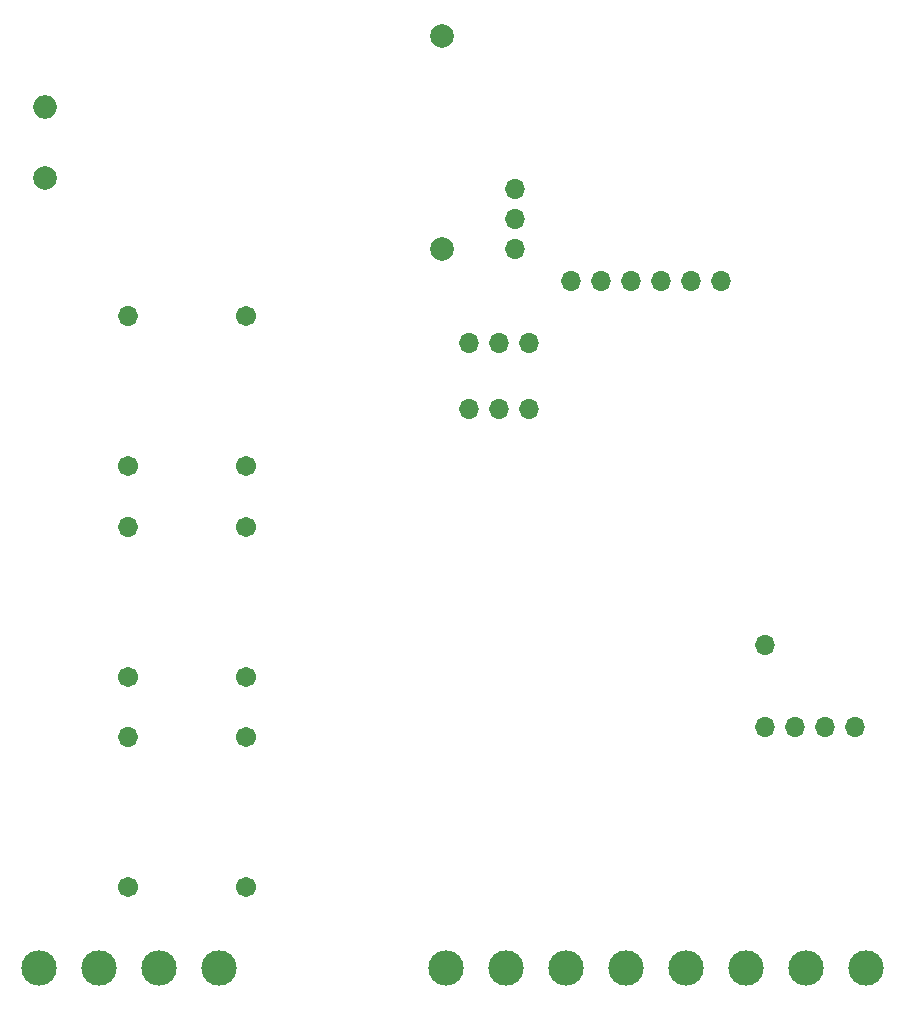
<source format=gbr>
%TF.GenerationSoftware,KiCad,Pcbnew,7.0.10*%
%TF.CreationDate,2024-06-26T03:26:06-03:00*%
%TF.ProjectId,board,626f6172-642e-46b6-9963-61645f706362,1.3*%
%TF.SameCoordinates,Original*%
%TF.FileFunction,Soldermask,Bot*%
%TF.FilePolarity,Negative*%
%FSLAX46Y46*%
G04 Gerber Fmt 4.6, Leading zero omitted, Abs format (unit mm)*
G04 Created by KiCad (PCBNEW 7.0.10) date 2024-06-26 03:26:06*
%MOMM*%
%LPD*%
G01*
G04 APERTURE LIST*
%ADD10O,1.712000X1.712000*%
%ADD11C,1.712000*%
%ADD12O,2.000000X2.000000*%
%ADD13C,2.000000*%
%ADD14O,3.000000X3.000000*%
%ADD15C,3.000000*%
%ADD16O,1.700000X1.700000*%
G04 APERTURE END LIST*
D10*
%TO.C,TP2*%
X118783800Y-83145000D03*
D11*
X118783800Y-95845000D03*
X128783800Y-95845000D03*
X128783800Y-83145000D03*
%TD*%
D12*
%TO.C,PS1*%
X111734500Y-47546000D03*
D13*
X111734500Y-53546000D03*
X145334500Y-41546000D03*
X145334500Y-59546000D03*
%TD*%
D10*
%TO.C,TP1*%
X118783800Y-65238000D03*
D11*
X118783800Y-77938000D03*
X128783800Y-77938000D03*
X128783800Y-65238000D03*
%TD*%
D14*
%TO.C,J6*%
X176187800Y-120483000D03*
D15*
X181267800Y-120483000D03*
%TD*%
D10*
%TO.C,TP3*%
X118783800Y-100925000D03*
D11*
X118783800Y-113625000D03*
X128783800Y-113625000D03*
X128783800Y-100925000D03*
%TD*%
D16*
%TO.C,P1*%
X147612800Y-73112000D03*
X150152800Y-73112000D03*
X152692800Y-73112000D03*
%TD*%
%TO.C,SW1*%
X151511000Y-54483000D03*
X151511000Y-57023000D03*
X151511000Y-59563000D03*
%TD*%
D14*
%TO.C,J3*%
X145707800Y-120483000D03*
D15*
X150787800Y-120483000D03*
%TD*%
D14*
%TO.C,J1*%
X111252000Y-120483000D03*
D15*
X116332000Y-120483000D03*
%TD*%
D16*
%TO.C,P4*%
X147612800Y-67524000D03*
X150152800Y-67524000D03*
X152692800Y-67524000D03*
%TD*%
D14*
%TO.C,J5*%
X166027800Y-120483000D03*
D15*
X171107800Y-120483000D03*
%TD*%
D16*
%TO.C,P5*%
X168948800Y-62317000D03*
X166408800Y-62317000D03*
X163868800Y-62317000D03*
X161328800Y-62317000D03*
X158788800Y-62317000D03*
X156248800Y-62317000D03*
%TD*%
%TO.C,P3*%
X172720000Y-100076000D03*
X175260000Y-100076000D03*
X177800000Y-100076000D03*
X180340000Y-100076000D03*
%TD*%
D14*
%TO.C,J2*%
X121412000Y-120483000D03*
D15*
X126492000Y-120483000D03*
%TD*%
D16*
%TO.C,P2*%
X172720000Y-93091000D03*
%TD*%
D14*
%TO.C,J4*%
X155867800Y-120483000D03*
D15*
X160947800Y-120483000D03*
%TD*%
M02*

</source>
